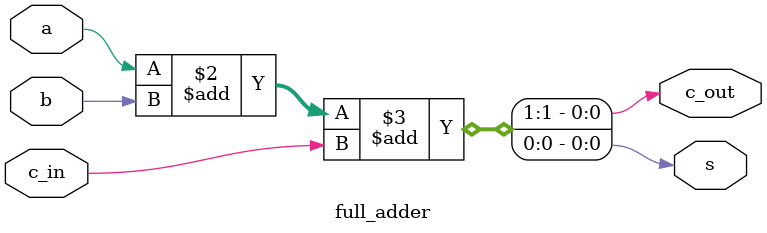
<source format=sv>
module full_adder (
	input  logic a,        // Input 'a'
	input  logic b,        // Input 'b'
	input  logic c_in,     // Input 'carry_in'
	output logic s,        // Output 's' (Sum)
	output logic c_out     // Output 'c_out' (Carry)
);

// Combinational logic equations for sum and carry
always_comb
begin
	{c_out, s} = a + b + c_in;
end

endmodule
</source>
